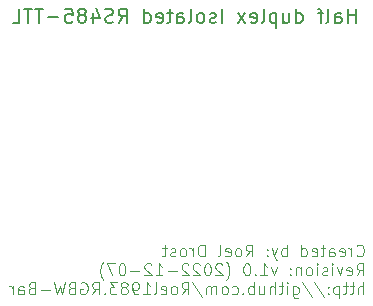
<source format=gbo>
G04 #@! TF.GenerationSoftware,KiCad,Pcbnew,5.1.12-84ad8e8a86~92~ubuntu16.04.1*
G04 #@! TF.CreationDate,2022-12-06T21:02:49+01:00*
G04 #@! TF.ProjectId,RS485-TTL,52533438-352d-4545-944c-2e6b69636164,rev?*
G04 #@! TF.SameCoordinates,Original*
G04 #@! TF.FileFunction,Legend,Bot*
G04 #@! TF.FilePolarity,Positive*
%FSLAX46Y46*%
G04 Gerber Fmt 4.6, Leading zero omitted, Abs format (unit mm)*
G04 Created by KiCad (PCBNEW 5.1.12-84ad8e8a86~92~ubuntu16.04.1) date 2022-12-06 21:02:49*
%MOMM*%
%LPD*%
G01*
G04 APERTURE LIST*
%ADD10C,0.100000*%
%ADD11C,0.200000*%
%ADD12C,2.800000*%
%ADD13O,1.700000X1.700000*%
%ADD14R,1.700000X1.700000*%
%ADD15C,2.000000*%
%ADD16C,3.200000*%
G04 APERTURE END LIST*
D10*
X165622476Y-94642142D02*
X165670095Y-94689761D01*
X165812952Y-94737380D01*
X165908190Y-94737380D01*
X166051047Y-94689761D01*
X166146285Y-94594523D01*
X166193904Y-94499285D01*
X166241523Y-94308809D01*
X166241523Y-94165952D01*
X166193904Y-93975476D01*
X166146285Y-93880238D01*
X166051047Y-93785000D01*
X165908190Y-93737380D01*
X165812952Y-93737380D01*
X165670095Y-93785000D01*
X165622476Y-93832619D01*
X165193904Y-94737380D02*
X165193904Y-94070714D01*
X165193904Y-94261190D02*
X165146285Y-94165952D01*
X165098666Y-94118333D01*
X165003428Y-94070714D01*
X164908190Y-94070714D01*
X164193904Y-94689761D02*
X164289142Y-94737380D01*
X164479619Y-94737380D01*
X164574857Y-94689761D01*
X164622476Y-94594523D01*
X164622476Y-94213571D01*
X164574857Y-94118333D01*
X164479619Y-94070714D01*
X164289142Y-94070714D01*
X164193904Y-94118333D01*
X164146285Y-94213571D01*
X164146285Y-94308809D01*
X164622476Y-94404047D01*
X163289142Y-94737380D02*
X163289142Y-94213571D01*
X163336761Y-94118333D01*
X163432000Y-94070714D01*
X163622476Y-94070714D01*
X163717714Y-94118333D01*
X163289142Y-94689761D02*
X163384380Y-94737380D01*
X163622476Y-94737380D01*
X163717714Y-94689761D01*
X163765333Y-94594523D01*
X163765333Y-94499285D01*
X163717714Y-94404047D01*
X163622476Y-94356428D01*
X163384380Y-94356428D01*
X163289142Y-94308809D01*
X162955809Y-94070714D02*
X162574857Y-94070714D01*
X162812952Y-93737380D02*
X162812952Y-94594523D01*
X162765333Y-94689761D01*
X162670095Y-94737380D01*
X162574857Y-94737380D01*
X161860571Y-94689761D02*
X161955809Y-94737380D01*
X162146285Y-94737380D01*
X162241523Y-94689761D01*
X162289142Y-94594523D01*
X162289142Y-94213571D01*
X162241523Y-94118333D01*
X162146285Y-94070714D01*
X161955809Y-94070714D01*
X161860571Y-94118333D01*
X161812952Y-94213571D01*
X161812952Y-94308809D01*
X162289142Y-94404047D01*
X160955809Y-94737380D02*
X160955809Y-93737380D01*
X160955809Y-94689761D02*
X161051047Y-94737380D01*
X161241523Y-94737380D01*
X161336761Y-94689761D01*
X161384380Y-94642142D01*
X161432000Y-94546904D01*
X161432000Y-94261190D01*
X161384380Y-94165952D01*
X161336761Y-94118333D01*
X161241523Y-94070714D01*
X161051047Y-94070714D01*
X160955809Y-94118333D01*
X159717714Y-94737380D02*
X159717714Y-93737380D01*
X159717714Y-94118333D02*
X159622476Y-94070714D01*
X159432000Y-94070714D01*
X159336761Y-94118333D01*
X159289142Y-94165952D01*
X159241523Y-94261190D01*
X159241523Y-94546904D01*
X159289142Y-94642142D01*
X159336761Y-94689761D01*
X159432000Y-94737380D01*
X159622476Y-94737380D01*
X159717714Y-94689761D01*
X158908190Y-94070714D02*
X158670095Y-94737380D01*
X158432000Y-94070714D02*
X158670095Y-94737380D01*
X158765333Y-94975476D01*
X158812952Y-95023095D01*
X158908190Y-95070714D01*
X158051047Y-94642142D02*
X158003428Y-94689761D01*
X158051047Y-94737380D01*
X158098666Y-94689761D01*
X158051047Y-94642142D01*
X158051047Y-94737380D01*
X158051047Y-94118333D02*
X158003428Y-94165952D01*
X158051047Y-94213571D01*
X158098666Y-94165952D01*
X158051047Y-94118333D01*
X158051047Y-94213571D01*
X156241523Y-94737380D02*
X156574857Y-94261190D01*
X156812952Y-94737380D02*
X156812952Y-93737380D01*
X156432000Y-93737380D01*
X156336761Y-93785000D01*
X156289142Y-93832619D01*
X156241523Y-93927857D01*
X156241523Y-94070714D01*
X156289142Y-94165952D01*
X156336761Y-94213571D01*
X156432000Y-94261190D01*
X156812952Y-94261190D01*
X155670095Y-94737380D02*
X155765333Y-94689761D01*
X155812952Y-94642142D01*
X155860571Y-94546904D01*
X155860571Y-94261190D01*
X155812952Y-94165952D01*
X155765333Y-94118333D01*
X155670095Y-94070714D01*
X155527238Y-94070714D01*
X155432000Y-94118333D01*
X155384380Y-94165952D01*
X155336761Y-94261190D01*
X155336761Y-94546904D01*
X155384380Y-94642142D01*
X155432000Y-94689761D01*
X155527238Y-94737380D01*
X155670095Y-94737380D01*
X154527238Y-94689761D02*
X154622476Y-94737380D01*
X154812952Y-94737380D01*
X154908190Y-94689761D01*
X154955809Y-94594523D01*
X154955809Y-94213571D01*
X154908190Y-94118333D01*
X154812952Y-94070714D01*
X154622476Y-94070714D01*
X154527238Y-94118333D01*
X154479619Y-94213571D01*
X154479619Y-94308809D01*
X154955809Y-94404047D01*
X153908190Y-94737380D02*
X154003428Y-94689761D01*
X154051047Y-94594523D01*
X154051047Y-93737380D01*
X152765333Y-94737380D02*
X152765333Y-93737380D01*
X152527238Y-93737380D01*
X152384380Y-93785000D01*
X152289142Y-93880238D01*
X152241523Y-93975476D01*
X152193904Y-94165952D01*
X152193904Y-94308809D01*
X152241523Y-94499285D01*
X152289142Y-94594523D01*
X152384380Y-94689761D01*
X152527238Y-94737380D01*
X152765333Y-94737380D01*
X151765333Y-94737380D02*
X151765333Y-94070714D01*
X151765333Y-94261190D02*
X151717714Y-94165952D01*
X151670095Y-94118333D01*
X151574857Y-94070714D01*
X151479619Y-94070714D01*
X151003428Y-94737380D02*
X151098666Y-94689761D01*
X151146285Y-94642142D01*
X151193904Y-94546904D01*
X151193904Y-94261190D01*
X151146285Y-94165952D01*
X151098666Y-94118333D01*
X151003428Y-94070714D01*
X150860571Y-94070714D01*
X150765333Y-94118333D01*
X150717714Y-94165952D01*
X150670095Y-94261190D01*
X150670095Y-94546904D01*
X150717714Y-94642142D01*
X150765333Y-94689761D01*
X150860571Y-94737380D01*
X151003428Y-94737380D01*
X150289142Y-94689761D02*
X150193904Y-94737380D01*
X150003428Y-94737380D01*
X149908190Y-94689761D01*
X149860571Y-94594523D01*
X149860571Y-94546904D01*
X149908190Y-94451666D01*
X150003428Y-94404047D01*
X150146285Y-94404047D01*
X150241523Y-94356428D01*
X150289142Y-94261190D01*
X150289142Y-94213571D01*
X150241523Y-94118333D01*
X150146285Y-94070714D01*
X150003428Y-94070714D01*
X149908190Y-94118333D01*
X149574857Y-94070714D02*
X149193904Y-94070714D01*
X149432000Y-93737380D02*
X149432000Y-94594523D01*
X149384380Y-94689761D01*
X149289142Y-94737380D01*
X149193904Y-94737380D01*
X165622476Y-96337380D02*
X165955809Y-95861190D01*
X166193904Y-96337380D02*
X166193904Y-95337380D01*
X165812952Y-95337380D01*
X165717714Y-95385000D01*
X165670095Y-95432619D01*
X165622476Y-95527857D01*
X165622476Y-95670714D01*
X165670095Y-95765952D01*
X165717714Y-95813571D01*
X165812952Y-95861190D01*
X166193904Y-95861190D01*
X164812952Y-96289761D02*
X164908190Y-96337380D01*
X165098666Y-96337380D01*
X165193904Y-96289761D01*
X165241523Y-96194523D01*
X165241523Y-95813571D01*
X165193904Y-95718333D01*
X165098666Y-95670714D01*
X164908190Y-95670714D01*
X164812952Y-95718333D01*
X164765333Y-95813571D01*
X164765333Y-95908809D01*
X165241523Y-96004047D01*
X164432000Y-95670714D02*
X164193904Y-96337380D01*
X163955809Y-95670714D01*
X163574857Y-96337380D02*
X163574857Y-95670714D01*
X163574857Y-95337380D02*
X163622476Y-95385000D01*
X163574857Y-95432619D01*
X163527238Y-95385000D01*
X163574857Y-95337380D01*
X163574857Y-95432619D01*
X163146285Y-96289761D02*
X163051047Y-96337380D01*
X162860571Y-96337380D01*
X162765333Y-96289761D01*
X162717714Y-96194523D01*
X162717714Y-96146904D01*
X162765333Y-96051666D01*
X162860571Y-96004047D01*
X163003428Y-96004047D01*
X163098666Y-95956428D01*
X163146285Y-95861190D01*
X163146285Y-95813571D01*
X163098666Y-95718333D01*
X163003428Y-95670714D01*
X162860571Y-95670714D01*
X162765333Y-95718333D01*
X162289142Y-96337380D02*
X162289142Y-95670714D01*
X162289142Y-95337380D02*
X162336761Y-95385000D01*
X162289142Y-95432619D01*
X162241523Y-95385000D01*
X162289142Y-95337380D01*
X162289142Y-95432619D01*
X161670095Y-96337380D02*
X161765333Y-96289761D01*
X161812952Y-96242142D01*
X161860571Y-96146904D01*
X161860571Y-95861190D01*
X161812952Y-95765952D01*
X161765333Y-95718333D01*
X161670095Y-95670714D01*
X161527238Y-95670714D01*
X161431999Y-95718333D01*
X161384380Y-95765952D01*
X161336761Y-95861190D01*
X161336761Y-96146904D01*
X161384380Y-96242142D01*
X161431999Y-96289761D01*
X161527238Y-96337380D01*
X161670095Y-96337380D01*
X160908190Y-95670714D02*
X160908190Y-96337380D01*
X160908190Y-95765952D02*
X160860571Y-95718333D01*
X160765333Y-95670714D01*
X160622476Y-95670714D01*
X160527238Y-95718333D01*
X160479619Y-95813571D01*
X160479619Y-96337380D01*
X160003428Y-96242142D02*
X159955809Y-96289761D01*
X160003428Y-96337380D01*
X160051047Y-96289761D01*
X160003428Y-96242142D01*
X160003428Y-96337380D01*
X160003428Y-95718333D02*
X159955809Y-95765952D01*
X160003428Y-95813571D01*
X160051047Y-95765952D01*
X160003428Y-95718333D01*
X160003428Y-95813571D01*
X158860571Y-95670714D02*
X158622476Y-96337380D01*
X158384380Y-95670714D01*
X157479619Y-96337380D02*
X158051047Y-96337380D01*
X157765333Y-96337380D02*
X157765333Y-95337380D01*
X157860571Y-95480238D01*
X157955809Y-95575476D01*
X158051047Y-95623095D01*
X157051047Y-96242142D02*
X157003428Y-96289761D01*
X157051047Y-96337380D01*
X157098666Y-96289761D01*
X157051047Y-96242142D01*
X157051047Y-96337380D01*
X156384380Y-95337380D02*
X156289142Y-95337380D01*
X156193904Y-95385000D01*
X156146285Y-95432619D01*
X156098666Y-95527857D01*
X156051047Y-95718333D01*
X156051047Y-95956428D01*
X156098666Y-96146904D01*
X156146285Y-96242142D01*
X156193904Y-96289761D01*
X156289142Y-96337380D01*
X156384380Y-96337380D01*
X156479619Y-96289761D01*
X156527238Y-96242142D01*
X156574857Y-96146904D01*
X156622476Y-95956428D01*
X156622476Y-95718333D01*
X156574857Y-95527857D01*
X156527238Y-95432619D01*
X156479619Y-95385000D01*
X156384380Y-95337380D01*
X154574857Y-96718333D02*
X154622476Y-96670714D01*
X154717714Y-96527857D01*
X154765333Y-96432619D01*
X154812952Y-96289761D01*
X154860571Y-96051666D01*
X154860571Y-95861190D01*
X154812952Y-95623095D01*
X154765333Y-95480238D01*
X154717714Y-95385000D01*
X154622476Y-95242142D01*
X154574857Y-95194523D01*
X154241523Y-95432619D02*
X154193904Y-95385000D01*
X154098666Y-95337380D01*
X153860571Y-95337380D01*
X153765333Y-95385000D01*
X153717714Y-95432619D01*
X153670095Y-95527857D01*
X153670095Y-95623095D01*
X153717714Y-95765952D01*
X154289142Y-96337380D01*
X153670095Y-96337380D01*
X153051047Y-95337380D02*
X152955809Y-95337380D01*
X152860571Y-95385000D01*
X152812952Y-95432619D01*
X152765333Y-95527857D01*
X152717714Y-95718333D01*
X152717714Y-95956428D01*
X152765333Y-96146904D01*
X152812952Y-96242142D01*
X152860571Y-96289761D01*
X152955809Y-96337380D01*
X153051047Y-96337380D01*
X153146285Y-96289761D01*
X153193904Y-96242142D01*
X153241523Y-96146904D01*
X153289142Y-95956428D01*
X153289142Y-95718333D01*
X153241523Y-95527857D01*
X153193904Y-95432619D01*
X153146285Y-95385000D01*
X153051047Y-95337380D01*
X152336761Y-95432619D02*
X152289142Y-95385000D01*
X152193904Y-95337380D01*
X151955809Y-95337380D01*
X151860571Y-95385000D01*
X151812952Y-95432619D01*
X151765333Y-95527857D01*
X151765333Y-95623095D01*
X151812952Y-95765952D01*
X152384380Y-96337380D01*
X151765333Y-96337380D01*
X151384380Y-95432619D02*
X151336761Y-95385000D01*
X151241523Y-95337380D01*
X151003428Y-95337380D01*
X150908190Y-95385000D01*
X150860571Y-95432619D01*
X150812952Y-95527857D01*
X150812952Y-95623095D01*
X150860571Y-95765952D01*
X151432000Y-96337380D01*
X150812952Y-96337380D01*
X150384380Y-95956428D02*
X149622476Y-95956428D01*
X148622476Y-96337380D02*
X149193904Y-96337380D01*
X148908190Y-96337380D02*
X148908190Y-95337380D01*
X149003428Y-95480238D01*
X149098666Y-95575476D01*
X149193904Y-95623095D01*
X148241523Y-95432619D02*
X148193904Y-95385000D01*
X148098666Y-95337380D01*
X147860571Y-95337380D01*
X147765333Y-95385000D01*
X147717714Y-95432619D01*
X147670095Y-95527857D01*
X147670095Y-95623095D01*
X147717714Y-95765952D01*
X148289142Y-96337380D01*
X147670095Y-96337380D01*
X147241523Y-95956428D02*
X146479619Y-95956428D01*
X145812952Y-95337380D02*
X145717714Y-95337380D01*
X145622476Y-95385000D01*
X145574857Y-95432619D01*
X145527238Y-95527857D01*
X145479619Y-95718333D01*
X145479619Y-95956428D01*
X145527238Y-96146904D01*
X145574857Y-96242142D01*
X145622476Y-96289761D01*
X145717714Y-96337380D01*
X145812952Y-96337380D01*
X145908190Y-96289761D01*
X145955809Y-96242142D01*
X146003428Y-96146904D01*
X146051047Y-95956428D01*
X146051047Y-95718333D01*
X146003428Y-95527857D01*
X145955809Y-95432619D01*
X145908190Y-95385000D01*
X145812952Y-95337380D01*
X145146285Y-95337380D02*
X144479619Y-95337380D01*
X144908190Y-96337380D01*
X144193904Y-96718333D02*
X144146285Y-96670714D01*
X144051047Y-96527857D01*
X144003428Y-96432619D01*
X143955809Y-96289761D01*
X143908190Y-96051666D01*
X143908190Y-95861190D01*
X143955809Y-95623095D01*
X144003428Y-95480238D01*
X144051047Y-95385000D01*
X144146285Y-95242142D01*
X144193904Y-95194523D01*
X166193904Y-97937380D02*
X166193904Y-96937380D01*
X165765333Y-97937380D02*
X165765333Y-97413571D01*
X165812952Y-97318333D01*
X165908190Y-97270714D01*
X166051047Y-97270714D01*
X166146285Y-97318333D01*
X166193904Y-97365952D01*
X165432000Y-97270714D02*
X165051047Y-97270714D01*
X165289142Y-96937380D02*
X165289142Y-97794523D01*
X165241523Y-97889761D01*
X165146285Y-97937380D01*
X165051047Y-97937380D01*
X164860571Y-97270714D02*
X164479619Y-97270714D01*
X164717714Y-96937380D02*
X164717714Y-97794523D01*
X164670095Y-97889761D01*
X164574857Y-97937380D01*
X164479619Y-97937380D01*
X164146285Y-97270714D02*
X164146285Y-98270714D01*
X164146285Y-97318333D02*
X164051047Y-97270714D01*
X163860571Y-97270714D01*
X163765333Y-97318333D01*
X163717714Y-97365952D01*
X163670095Y-97461190D01*
X163670095Y-97746904D01*
X163717714Y-97842142D01*
X163765333Y-97889761D01*
X163860571Y-97937380D01*
X164051047Y-97937380D01*
X164146285Y-97889761D01*
X163241523Y-97842142D02*
X163193904Y-97889761D01*
X163241523Y-97937380D01*
X163289142Y-97889761D01*
X163241523Y-97842142D01*
X163241523Y-97937380D01*
X163241523Y-97318333D02*
X163193904Y-97365952D01*
X163241523Y-97413571D01*
X163289142Y-97365952D01*
X163241523Y-97318333D01*
X163241523Y-97413571D01*
X162051047Y-96889761D02*
X162908190Y-98175476D01*
X161003428Y-96889761D02*
X161860571Y-98175476D01*
X160241523Y-97270714D02*
X160241523Y-98080238D01*
X160289142Y-98175476D01*
X160336761Y-98223095D01*
X160432000Y-98270714D01*
X160574857Y-98270714D01*
X160670095Y-98223095D01*
X160241523Y-97889761D02*
X160336761Y-97937380D01*
X160527238Y-97937380D01*
X160622476Y-97889761D01*
X160670095Y-97842142D01*
X160717714Y-97746904D01*
X160717714Y-97461190D01*
X160670095Y-97365952D01*
X160622476Y-97318333D01*
X160527238Y-97270714D01*
X160336761Y-97270714D01*
X160241523Y-97318333D01*
X159765333Y-97937380D02*
X159765333Y-97270714D01*
X159765333Y-96937380D02*
X159812952Y-96985000D01*
X159765333Y-97032619D01*
X159717714Y-96985000D01*
X159765333Y-96937380D01*
X159765333Y-97032619D01*
X159432000Y-97270714D02*
X159051047Y-97270714D01*
X159289142Y-96937380D02*
X159289142Y-97794523D01*
X159241523Y-97889761D01*
X159146285Y-97937380D01*
X159051047Y-97937380D01*
X158717714Y-97937380D02*
X158717714Y-96937380D01*
X158289142Y-97937380D02*
X158289142Y-97413571D01*
X158336761Y-97318333D01*
X158432000Y-97270714D01*
X158574857Y-97270714D01*
X158670095Y-97318333D01*
X158717714Y-97365952D01*
X157384380Y-97270714D02*
X157384380Y-97937380D01*
X157812952Y-97270714D02*
X157812952Y-97794523D01*
X157765333Y-97889761D01*
X157670095Y-97937380D01*
X157527238Y-97937380D01*
X157432000Y-97889761D01*
X157384380Y-97842142D01*
X156908190Y-97937380D02*
X156908190Y-96937380D01*
X156908190Y-97318333D02*
X156812952Y-97270714D01*
X156622476Y-97270714D01*
X156527238Y-97318333D01*
X156479619Y-97365952D01*
X156432000Y-97461190D01*
X156432000Y-97746904D01*
X156479619Y-97842142D01*
X156527238Y-97889761D01*
X156622476Y-97937380D01*
X156812952Y-97937380D01*
X156908190Y-97889761D01*
X156003428Y-97842142D02*
X155955809Y-97889761D01*
X156003428Y-97937380D01*
X156051047Y-97889761D01*
X156003428Y-97842142D01*
X156003428Y-97937380D01*
X155098666Y-97889761D02*
X155193904Y-97937380D01*
X155384380Y-97937380D01*
X155479619Y-97889761D01*
X155527238Y-97842142D01*
X155574857Y-97746904D01*
X155574857Y-97461190D01*
X155527238Y-97365952D01*
X155479619Y-97318333D01*
X155384380Y-97270714D01*
X155193904Y-97270714D01*
X155098666Y-97318333D01*
X154527238Y-97937380D02*
X154622476Y-97889761D01*
X154670095Y-97842142D01*
X154717714Y-97746904D01*
X154717714Y-97461190D01*
X154670095Y-97365952D01*
X154622476Y-97318333D01*
X154527238Y-97270714D01*
X154384380Y-97270714D01*
X154289142Y-97318333D01*
X154241523Y-97365952D01*
X154193904Y-97461190D01*
X154193904Y-97746904D01*
X154241523Y-97842142D01*
X154289142Y-97889761D01*
X154384380Y-97937380D01*
X154527238Y-97937380D01*
X153765333Y-97937380D02*
X153765333Y-97270714D01*
X153765333Y-97365952D02*
X153717714Y-97318333D01*
X153622476Y-97270714D01*
X153479619Y-97270714D01*
X153384380Y-97318333D01*
X153336761Y-97413571D01*
X153336761Y-97937380D01*
X153336761Y-97413571D02*
X153289142Y-97318333D01*
X153193904Y-97270714D01*
X153051047Y-97270714D01*
X152955809Y-97318333D01*
X152908190Y-97413571D01*
X152908190Y-97937380D01*
X151717714Y-96889761D02*
X152574857Y-98175476D01*
X150812952Y-97937380D02*
X151146285Y-97461190D01*
X151384380Y-97937380D02*
X151384380Y-96937380D01*
X151003428Y-96937380D01*
X150908190Y-96985000D01*
X150860571Y-97032619D01*
X150812952Y-97127857D01*
X150812952Y-97270714D01*
X150860571Y-97365952D01*
X150908190Y-97413571D01*
X151003428Y-97461190D01*
X151384380Y-97461190D01*
X150241523Y-97937380D02*
X150336761Y-97889761D01*
X150384380Y-97842142D01*
X150432000Y-97746904D01*
X150432000Y-97461190D01*
X150384380Y-97365952D01*
X150336761Y-97318333D01*
X150241523Y-97270714D01*
X150098666Y-97270714D01*
X150003428Y-97318333D01*
X149955809Y-97365952D01*
X149908190Y-97461190D01*
X149908190Y-97746904D01*
X149955809Y-97842142D01*
X150003428Y-97889761D01*
X150098666Y-97937380D01*
X150241523Y-97937380D01*
X149098666Y-97889761D02*
X149193904Y-97937380D01*
X149384380Y-97937380D01*
X149479619Y-97889761D01*
X149527238Y-97794523D01*
X149527238Y-97413571D01*
X149479619Y-97318333D01*
X149384380Y-97270714D01*
X149193904Y-97270714D01*
X149098666Y-97318333D01*
X149051047Y-97413571D01*
X149051047Y-97508809D01*
X149527238Y-97604047D01*
X148479619Y-97937380D02*
X148574857Y-97889761D01*
X148622476Y-97794523D01*
X148622476Y-96937380D01*
X147574857Y-97937380D02*
X148146285Y-97937380D01*
X147860571Y-97937380D02*
X147860571Y-96937380D01*
X147955809Y-97080238D01*
X148051047Y-97175476D01*
X148146285Y-97223095D01*
X147098666Y-97937380D02*
X146908190Y-97937380D01*
X146812952Y-97889761D01*
X146765333Y-97842142D01*
X146670095Y-97699285D01*
X146622476Y-97508809D01*
X146622476Y-97127857D01*
X146670095Y-97032619D01*
X146717714Y-96985000D01*
X146812952Y-96937380D01*
X147003428Y-96937380D01*
X147098666Y-96985000D01*
X147146285Y-97032619D01*
X147193904Y-97127857D01*
X147193904Y-97365952D01*
X147146285Y-97461190D01*
X147098666Y-97508809D01*
X147003428Y-97556428D01*
X146812952Y-97556428D01*
X146717714Y-97508809D01*
X146670095Y-97461190D01*
X146622476Y-97365952D01*
X146051047Y-97365952D02*
X146146285Y-97318333D01*
X146193904Y-97270714D01*
X146241523Y-97175476D01*
X146241523Y-97127857D01*
X146193904Y-97032619D01*
X146146285Y-96985000D01*
X146051047Y-96937380D01*
X145860571Y-96937380D01*
X145765333Y-96985000D01*
X145717714Y-97032619D01*
X145670095Y-97127857D01*
X145670095Y-97175476D01*
X145717714Y-97270714D01*
X145765333Y-97318333D01*
X145860571Y-97365952D01*
X146051047Y-97365952D01*
X146146285Y-97413571D01*
X146193904Y-97461190D01*
X146241523Y-97556428D01*
X146241523Y-97746904D01*
X146193904Y-97842142D01*
X146146285Y-97889761D01*
X146051047Y-97937380D01*
X145860571Y-97937380D01*
X145765333Y-97889761D01*
X145717714Y-97842142D01*
X145670095Y-97746904D01*
X145670095Y-97556428D01*
X145717714Y-97461190D01*
X145765333Y-97413571D01*
X145860571Y-97365952D01*
X145336761Y-96937380D02*
X144717714Y-96937380D01*
X145051047Y-97318333D01*
X144908190Y-97318333D01*
X144812952Y-97365952D01*
X144765333Y-97413571D01*
X144717714Y-97508809D01*
X144717714Y-97746904D01*
X144765333Y-97842142D01*
X144812952Y-97889761D01*
X144908190Y-97937380D01*
X145193904Y-97937380D01*
X145289142Y-97889761D01*
X145336761Y-97842142D01*
X144289142Y-97842142D02*
X144241523Y-97889761D01*
X144289142Y-97937380D01*
X144336761Y-97889761D01*
X144289142Y-97842142D01*
X144289142Y-97937380D01*
X143241523Y-97937380D02*
X143574857Y-97461190D01*
X143812952Y-97937380D02*
X143812952Y-96937380D01*
X143432000Y-96937380D01*
X143336761Y-96985000D01*
X143289142Y-97032619D01*
X143241523Y-97127857D01*
X143241523Y-97270714D01*
X143289142Y-97365952D01*
X143336761Y-97413571D01*
X143432000Y-97461190D01*
X143812952Y-97461190D01*
X142289142Y-96985000D02*
X142384380Y-96937380D01*
X142527238Y-96937380D01*
X142670095Y-96985000D01*
X142765333Y-97080238D01*
X142812952Y-97175476D01*
X142860571Y-97365952D01*
X142860571Y-97508809D01*
X142812952Y-97699285D01*
X142765333Y-97794523D01*
X142670095Y-97889761D01*
X142527238Y-97937380D01*
X142432000Y-97937380D01*
X142289142Y-97889761D01*
X142241523Y-97842142D01*
X142241523Y-97508809D01*
X142432000Y-97508809D01*
X141479619Y-97413571D02*
X141336761Y-97461190D01*
X141289142Y-97508809D01*
X141241523Y-97604047D01*
X141241523Y-97746904D01*
X141289142Y-97842142D01*
X141336761Y-97889761D01*
X141432000Y-97937380D01*
X141812952Y-97937380D01*
X141812952Y-96937380D01*
X141479619Y-96937380D01*
X141384380Y-96985000D01*
X141336761Y-97032619D01*
X141289142Y-97127857D01*
X141289142Y-97223095D01*
X141336761Y-97318333D01*
X141384380Y-97365952D01*
X141479619Y-97413571D01*
X141812952Y-97413571D01*
X140908190Y-96937380D02*
X140670095Y-97937380D01*
X140479619Y-97223095D01*
X140289142Y-97937380D01*
X140051047Y-96937380D01*
X139670095Y-97556428D02*
X138908190Y-97556428D01*
X138098666Y-97413571D02*
X137955809Y-97461190D01*
X137908190Y-97508809D01*
X137860571Y-97604047D01*
X137860571Y-97746904D01*
X137908190Y-97842142D01*
X137955809Y-97889761D01*
X138051047Y-97937380D01*
X138432000Y-97937380D01*
X138432000Y-96937380D01*
X138098666Y-96937380D01*
X138003428Y-96985000D01*
X137955809Y-97032619D01*
X137908190Y-97127857D01*
X137908190Y-97223095D01*
X137955809Y-97318333D01*
X138003428Y-97365952D01*
X138098666Y-97413571D01*
X138432000Y-97413571D01*
X137003428Y-97937380D02*
X137003428Y-97413571D01*
X137051047Y-97318333D01*
X137146285Y-97270714D01*
X137336761Y-97270714D01*
X137432000Y-97318333D01*
X137003428Y-97889761D02*
X137098666Y-97937380D01*
X137336761Y-97937380D01*
X137432000Y-97889761D01*
X137479619Y-97794523D01*
X137479619Y-97699285D01*
X137432000Y-97604047D01*
X137336761Y-97556428D01*
X137098666Y-97556428D01*
X137003428Y-97508809D01*
X136527238Y-97937380D02*
X136527238Y-97270714D01*
X136527238Y-97461190D02*
X136479619Y-97365952D01*
X136432000Y-97318333D01*
X136336761Y-97270714D01*
X136241523Y-97270714D01*
D11*
X165587142Y-74964857D02*
X165587142Y-73764857D01*
X165587142Y-74336285D02*
X164901428Y-74336285D01*
X164901428Y-74964857D02*
X164901428Y-73764857D01*
X163815714Y-74964857D02*
X163815714Y-74336285D01*
X163872857Y-74222000D01*
X163987142Y-74164857D01*
X164215714Y-74164857D01*
X164330000Y-74222000D01*
X163815714Y-74907714D02*
X163930000Y-74964857D01*
X164215714Y-74964857D01*
X164330000Y-74907714D01*
X164387142Y-74793428D01*
X164387142Y-74679142D01*
X164330000Y-74564857D01*
X164215714Y-74507714D01*
X163930000Y-74507714D01*
X163815714Y-74450571D01*
X163072857Y-74964857D02*
X163187142Y-74907714D01*
X163244285Y-74793428D01*
X163244285Y-73764857D01*
X162787142Y-74164857D02*
X162330000Y-74164857D01*
X162615714Y-74964857D02*
X162615714Y-73936285D01*
X162558571Y-73822000D01*
X162444285Y-73764857D01*
X162330000Y-73764857D01*
X160501428Y-74964857D02*
X160501428Y-73764857D01*
X160501428Y-74907714D02*
X160615714Y-74964857D01*
X160844285Y-74964857D01*
X160958571Y-74907714D01*
X161015714Y-74850571D01*
X161072857Y-74736285D01*
X161072857Y-74393428D01*
X161015714Y-74279142D01*
X160958571Y-74222000D01*
X160844285Y-74164857D01*
X160615714Y-74164857D01*
X160501428Y-74222000D01*
X159415714Y-74164857D02*
X159415714Y-74964857D01*
X159930000Y-74164857D02*
X159930000Y-74793428D01*
X159872857Y-74907714D01*
X159758571Y-74964857D01*
X159587142Y-74964857D01*
X159472857Y-74907714D01*
X159415714Y-74850571D01*
X158844285Y-74164857D02*
X158844285Y-75364857D01*
X158844285Y-74222000D02*
X158730000Y-74164857D01*
X158501428Y-74164857D01*
X158387142Y-74222000D01*
X158330000Y-74279142D01*
X158272857Y-74393428D01*
X158272857Y-74736285D01*
X158330000Y-74850571D01*
X158387142Y-74907714D01*
X158501428Y-74964857D01*
X158730000Y-74964857D01*
X158844285Y-74907714D01*
X157587142Y-74964857D02*
X157701428Y-74907714D01*
X157758571Y-74793428D01*
X157758571Y-73764857D01*
X156672857Y-74907714D02*
X156787142Y-74964857D01*
X157015714Y-74964857D01*
X157130000Y-74907714D01*
X157187142Y-74793428D01*
X157187142Y-74336285D01*
X157130000Y-74222000D01*
X157015714Y-74164857D01*
X156787142Y-74164857D01*
X156672857Y-74222000D01*
X156615714Y-74336285D01*
X156615714Y-74450571D01*
X157187142Y-74564857D01*
X156215714Y-74964857D02*
X155587142Y-74164857D01*
X156215714Y-74164857D02*
X155587142Y-74964857D01*
X154215714Y-74964857D02*
X154215714Y-73764857D01*
X153701428Y-74907714D02*
X153587142Y-74964857D01*
X153358571Y-74964857D01*
X153244285Y-74907714D01*
X153187142Y-74793428D01*
X153187142Y-74736285D01*
X153244285Y-74622000D01*
X153358571Y-74564857D01*
X153530000Y-74564857D01*
X153644285Y-74507714D01*
X153701428Y-74393428D01*
X153701428Y-74336285D01*
X153644285Y-74222000D01*
X153530000Y-74164857D01*
X153358571Y-74164857D01*
X153244285Y-74222000D01*
X152501428Y-74964857D02*
X152615714Y-74907714D01*
X152672857Y-74850571D01*
X152730000Y-74736285D01*
X152730000Y-74393428D01*
X152672857Y-74279142D01*
X152615714Y-74222000D01*
X152501428Y-74164857D01*
X152330000Y-74164857D01*
X152215714Y-74222000D01*
X152158571Y-74279142D01*
X152101428Y-74393428D01*
X152101428Y-74736285D01*
X152158571Y-74850571D01*
X152215714Y-74907714D01*
X152330000Y-74964857D01*
X152501428Y-74964857D01*
X151415714Y-74964857D02*
X151530000Y-74907714D01*
X151587142Y-74793428D01*
X151587142Y-73764857D01*
X150444285Y-74964857D02*
X150444285Y-74336285D01*
X150501428Y-74222000D01*
X150615714Y-74164857D01*
X150844285Y-74164857D01*
X150958571Y-74222000D01*
X150444285Y-74907714D02*
X150558571Y-74964857D01*
X150844285Y-74964857D01*
X150958571Y-74907714D01*
X151015714Y-74793428D01*
X151015714Y-74679142D01*
X150958571Y-74564857D01*
X150844285Y-74507714D01*
X150558571Y-74507714D01*
X150444285Y-74450571D01*
X150044285Y-74164857D02*
X149587142Y-74164857D01*
X149872857Y-73764857D02*
X149872857Y-74793428D01*
X149815714Y-74907714D01*
X149701428Y-74964857D01*
X149587142Y-74964857D01*
X148730000Y-74907714D02*
X148844285Y-74964857D01*
X149072857Y-74964857D01*
X149187142Y-74907714D01*
X149244285Y-74793428D01*
X149244285Y-74336285D01*
X149187142Y-74222000D01*
X149072857Y-74164857D01*
X148844285Y-74164857D01*
X148730000Y-74222000D01*
X148672857Y-74336285D01*
X148672857Y-74450571D01*
X149244285Y-74564857D01*
X147644285Y-74964857D02*
X147644285Y-73764857D01*
X147644285Y-74907714D02*
X147758571Y-74964857D01*
X147987142Y-74964857D01*
X148101428Y-74907714D01*
X148158571Y-74850571D01*
X148215714Y-74736285D01*
X148215714Y-74393428D01*
X148158571Y-74279142D01*
X148101428Y-74222000D01*
X147987142Y-74164857D01*
X147758571Y-74164857D01*
X147644285Y-74222000D01*
X145472857Y-74964857D02*
X145872857Y-74393428D01*
X146158571Y-74964857D02*
X146158571Y-73764857D01*
X145701428Y-73764857D01*
X145587142Y-73822000D01*
X145530000Y-73879142D01*
X145472857Y-73993428D01*
X145472857Y-74164857D01*
X145530000Y-74279142D01*
X145587142Y-74336285D01*
X145701428Y-74393428D01*
X146158571Y-74393428D01*
X145015714Y-74907714D02*
X144844285Y-74964857D01*
X144558571Y-74964857D01*
X144444285Y-74907714D01*
X144387142Y-74850571D01*
X144330000Y-74736285D01*
X144330000Y-74622000D01*
X144387142Y-74507714D01*
X144444285Y-74450571D01*
X144558571Y-74393428D01*
X144787142Y-74336285D01*
X144901428Y-74279142D01*
X144958571Y-74222000D01*
X145015714Y-74107714D01*
X145015714Y-73993428D01*
X144958571Y-73879142D01*
X144901428Y-73822000D01*
X144787142Y-73764857D01*
X144501428Y-73764857D01*
X144330000Y-73822000D01*
X143301428Y-74164857D02*
X143301428Y-74964857D01*
X143587142Y-73707714D02*
X143872857Y-74564857D01*
X143130000Y-74564857D01*
X142501428Y-74279142D02*
X142615714Y-74222000D01*
X142672857Y-74164857D01*
X142730000Y-74050571D01*
X142730000Y-73993428D01*
X142672857Y-73879142D01*
X142615714Y-73822000D01*
X142501428Y-73764857D01*
X142272857Y-73764857D01*
X142158571Y-73822000D01*
X142101428Y-73879142D01*
X142044285Y-73993428D01*
X142044285Y-74050571D01*
X142101428Y-74164857D01*
X142158571Y-74222000D01*
X142272857Y-74279142D01*
X142501428Y-74279142D01*
X142615714Y-74336285D01*
X142672857Y-74393428D01*
X142730000Y-74507714D01*
X142730000Y-74736285D01*
X142672857Y-74850571D01*
X142615714Y-74907714D01*
X142501428Y-74964857D01*
X142272857Y-74964857D01*
X142158571Y-74907714D01*
X142101428Y-74850571D01*
X142044285Y-74736285D01*
X142044285Y-74507714D01*
X142101428Y-74393428D01*
X142158571Y-74336285D01*
X142272857Y-74279142D01*
X140958571Y-73764857D02*
X141530000Y-73764857D01*
X141587142Y-74336285D01*
X141530000Y-74279142D01*
X141415714Y-74222000D01*
X141130000Y-74222000D01*
X141015714Y-74279142D01*
X140958571Y-74336285D01*
X140901428Y-74450571D01*
X140901428Y-74736285D01*
X140958571Y-74850571D01*
X141015714Y-74907714D01*
X141130000Y-74964857D01*
X141415714Y-74964857D01*
X141530000Y-74907714D01*
X141587142Y-74850571D01*
X140387142Y-74507714D02*
X139472857Y-74507714D01*
X139072857Y-73764857D02*
X138387142Y-73764857D01*
X138730000Y-74964857D02*
X138730000Y-73764857D01*
X138158571Y-73764857D02*
X137472857Y-73764857D01*
X137815714Y-74964857D02*
X137815714Y-73764857D01*
X136501428Y-74964857D02*
X137072857Y-74964857D01*
X137072857Y-73764857D01*
%LPC*%
D12*
X133350000Y-88392000D03*
X133350000Y-84892000D03*
X133350000Y-81392000D03*
D13*
X138557000Y-87884000D03*
D14*
X138557000Y-90424000D03*
D15*
X154940000Y-92456000D03*
X152400000Y-92456000D03*
X149860000Y-92456000D03*
X147320000Y-92456000D03*
D16*
X133350000Y-74676000D03*
X168910000Y-74676000D03*
X133350000Y-94996000D03*
X168910000Y-94996000D03*
D14*
X172720000Y-79756000D03*
D13*
X172720000Y-82296000D03*
X172720000Y-84836000D03*
X172720000Y-87376000D03*
X172720000Y-89916000D03*
D14*
X138557000Y-82042000D03*
D13*
X138557000Y-79502000D03*
M02*

</source>
